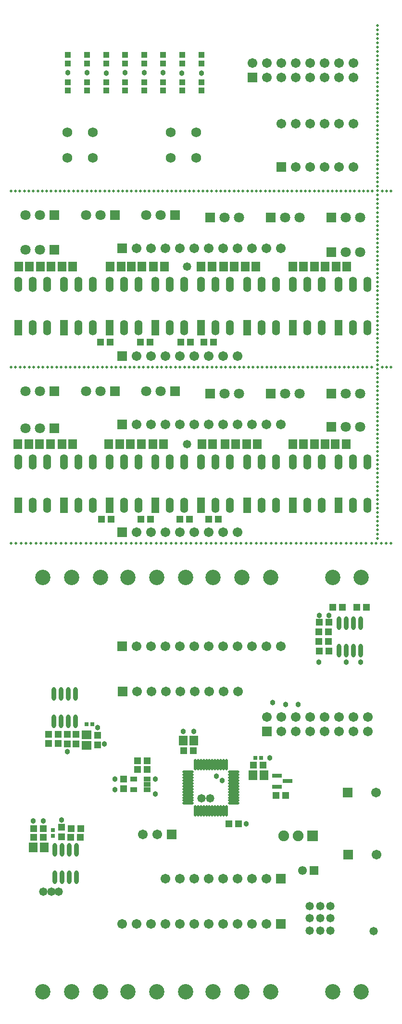
<source format=gts>
%FSDAX24Y24*%
%MOIN*%
%SFA1B1*%

%IPPOS*%
%ADD29C,0.019700*%
%ADD57R,0.051300X0.047400*%
%ADD58R,0.059200X0.067100*%
%ADD59R,0.039500X0.039500*%
%ADD60R,0.031600X0.027700*%
%ADD61R,0.047400X0.051300*%
%ADD62R,0.067100X0.059200*%
%ADD63O,0.031600X0.094600*%
%ADD64R,0.027700X0.031600*%
%ADD65O,0.019800X0.078900*%
%ADD66O,0.078900X0.019800*%
%ADD67R,0.051300X0.033600*%
%ADD68R,0.067100X0.031600*%
%ADD69O,0.055200X0.106400*%
%ADD70R,0.055200X0.106400*%
%ADD71C,0.071000*%
%ADD72R,0.071000X0.071000*%
%ADD73C,0.067100*%
%ADD74R,0.067100X0.067100*%
%ADD75C,0.068000*%
%ADD76C,0.106400*%
%ADD77C,0.061100*%
%ADD78R,0.061100X0.061100*%
%ADD79C,0.067100*%
%ADD80R,0.067100X0.067100*%
%ADD81C,0.074900*%
%ADD82R,0.074900X0.074900*%
%ADD83C,0.038000*%
%ADD84C,0.058000*%
%LNde-140824-1*%
%LPD*%
G54D29*
X035591Y068803D03*
Y069406D03*
Y069104D03*
X035600Y069707D03*
Y070309D03*
Y070008D03*
Y070610D03*
Y071212D03*
Y070911D03*
X035591Y071513D03*
Y072115D03*
Y071814D03*
X035600Y072416D03*
Y073018D03*
Y072717D03*
X035591Y073320D03*
Y073922D03*
Y073621D03*
X035600Y074223D03*
Y074825D03*
Y074524D03*
Y075126D03*
Y075728D03*
Y075427D03*
Y076029D03*
Y076631D03*
Y076330D03*
Y076932D03*
Y077535D03*
Y077234D03*
Y077836D03*
Y078438D03*
Y078137D03*
X035510Y043465D03*
X035856D03*
X036203D03*
X036550D03*
X034816D03*
X034470D03*
X034123D03*
X023722D03*
X024762D03*
X024415D03*
X024068D03*
X025108D03*
X032389D03*
X032736D03*
X033083D03*
X033776D03*
X033430D03*
X031003D03*
X030656D03*
X030309D03*
X032043D03*
X031696D03*
X031349D03*
X019908D03*
X020255D03*
X020601D03*
X019214D03*
X019561D03*
X010200D03*
X010547D03*
X010893D03*
X011934D03*
X011587D03*
X011240D03*
X012974D03*
X012627D03*
X012280D03*
X014707D03*
X015054D03*
X014361D03*
X014014D03*
X013667D03*
X013320D03*
X017481D03*
X017828D03*
X016441D03*
X016787D03*
X017134D03*
X016094D03*
X015747D03*
X015401D03*
X023028D03*
X023375D03*
X025802D03*
X025455D03*
X021641D03*
X021295D03*
X020948D03*
X022682D03*
X022335D03*
X021988D03*
X018868D03*
X018174D03*
X018521D03*
X029269D03*
X029616D03*
X029962D03*
X028229D03*
X028576D03*
X028922D03*
X027189D03*
X027535D03*
X027882D03*
X026842D03*
X026495D03*
X026149D03*
X034884Y055669D03*
X035200D03*
X036550D03*
X036240D03*
X035930D03*
X027289D03*
X027605D03*
X027922D03*
X028871D03*
X028554D03*
X028238D03*
X029820D03*
X029504D03*
X029187D03*
X032035D03*
X032352D03*
X032668D03*
X031086D03*
X031403D03*
X031719D03*
X030770D03*
X030453D03*
X030137D03*
X033934D03*
X034251D03*
X034567D03*
X033618D03*
X033301D03*
X032985D03*
X018744D03*
X019061D03*
X019377D03*
X020327D03*
X020010D03*
X019694D03*
X021276D03*
X020959D03*
X020643D03*
X023491D03*
X023808D03*
X024124D03*
X022542D03*
X022858D03*
X023175D03*
X022225D03*
X021909D03*
X021592D03*
X026339D03*
X026656D03*
X026972D03*
X025390D03*
X025706D03*
X026023D03*
X025073D03*
X024757D03*
X024441D03*
X015896D03*
X016213D03*
X016529D03*
X017478D03*
X017162D03*
X016846D03*
X018428D03*
X018111D03*
X017795D03*
X013048D03*
X013365D03*
X013681D03*
X014630D03*
X014314D03*
X013997D03*
X015580D03*
X015263D03*
X014947D03*
X012099D03*
X012415D03*
X012732D03*
X011149D03*
X011466D03*
X011782D03*
X010833D03*
X010516D03*
X010200D03*
X035250Y067874D03*
X036550D03*
X036250D03*
X035950D03*
X026900D03*
X027209D03*
X027518D03*
X028446D03*
X028137D03*
X027828D03*
X029374D03*
X029065D03*
X028756D03*
X031539D03*
X031848D03*
X032157D03*
X030611D03*
X030920D03*
X031230D03*
X030302D03*
X029993D03*
X029683D03*
X034322D03*
X034631D03*
X034941D03*
X033394D03*
X033704D03*
X034013D03*
X033085D03*
X032776D03*
X032467D03*
X018550D03*
X018859D03*
X019169D03*
X020096D03*
X019787D03*
X019478D03*
X021024D03*
X020715D03*
X020406D03*
X023189D03*
X023498D03*
X023807D03*
X022261D03*
X022570D03*
X022880D03*
X021952D03*
X021643D03*
X021333D03*
X025972D03*
X026281D03*
X026591D03*
X025044D03*
X025354D03*
X025663D03*
X024735D03*
X024426D03*
X024117D03*
X015767D03*
X016076D03*
X016385D03*
X017313D03*
X017004D03*
X016694D03*
X018241D03*
X017931D03*
X017622D03*
X012983D03*
X013293D03*
X013602D03*
X014530D03*
X014220D03*
X013911D03*
X015457D03*
X015148D03*
X014839D03*
X012056D03*
X012365D03*
X012674D03*
X011128D03*
X011437D03*
X011746D03*
X010819D03*
X010509D03*
X010200D03*
X035591Y068201D03*
Y068502D03*
Y060072D03*
Y060373D03*
Y060674D03*
Y061578D03*
Y061276D03*
Y060975D03*
Y062481D03*
Y062180D03*
Y061879D03*
Y064588D03*
Y064889D03*
Y065190D03*
Y063685D03*
Y063986D03*
Y064287D03*
Y063384D03*
Y063083D03*
Y062782D03*
Y067298D03*
Y067599D03*
Y067900D03*
Y066395D03*
Y066696D03*
Y066997D03*
Y066094D03*
Y065793D03*
Y065492D03*
Y057362D03*
Y057664D03*
Y057965D03*
Y058868D03*
Y058567D03*
Y058266D03*
Y059771D03*
Y059470D03*
Y059169D03*
Y055255D03*
Y056158D03*
Y055857D03*
Y055556D03*
Y057061D03*
Y056760D03*
Y056459D03*
Y053750D03*
Y054051D03*
Y054352D03*
Y052846D03*
Y053147D03*
Y053449D03*
Y052545D03*
Y052244D03*
Y051943D03*
Y045319D03*
Y045621D03*
Y045922D03*
Y046825D03*
Y046524D03*
Y046223D03*
Y047728D03*
Y047427D03*
Y047126D03*
Y049836D03*
Y050137D03*
Y050438D03*
Y048932D03*
Y049233D03*
Y049535D03*
Y048631D03*
Y048330D03*
Y048029D03*
Y051642D03*
Y051341D03*
Y051040D03*
Y050739D03*
Y044416D03*
Y044717D03*
Y045018D03*
X035200Y043465D03*
X035591Y043814D03*
Y044115D03*
Y079040D03*
Y079341D03*
Y078739D03*
Y054653D03*
Y054954D03*
G54D57*
X024235Y057400D03*
X023565D03*
X021965D03*
X022635D03*
X019165D03*
X019835D03*
X016415D03*
X017085D03*
X019215Y045150D03*
X019885D03*
X024585D03*
X023915D03*
X012815Y029600D03*
X013485D03*
X012815Y030250D03*
X013485D03*
X025985Y024050D03*
X025315D03*
X022165Y029100D03*
X022835D03*
X027015Y028100D03*
X027685D03*
X031565Y038000D03*
X032235D03*
X012435Y023100D03*
X011765D03*
X012435Y023700D03*
X011765D03*
X014331Y023100D03*
X015000D03*
X014365Y023700D03*
X015035D03*
X034835Y039050D03*
X034165D03*
X032515D03*
X033185D03*
X031565Y036000D03*
X032235D03*
X019635Y028400D03*
X018965D03*
X019635Y027800D03*
X018965D03*
X028565Y026000D03*
X029235D03*
X016465Y045150D03*
X017135D03*
X021915D03*
X022585D03*
G54D58*
X012176Y050350D03*
X012924D03*
X016976D03*
X017724D03*
X032676D03*
X033424D03*
X031226D03*
X031974D03*
X029726D03*
X030474D03*
X022126Y029800D03*
X022874D03*
X026976Y027400D03*
X027724D03*
X012500Y022400D03*
X011752D03*
X011474Y062650D03*
X010726D03*
X012974D03*
X012226D03*
X014474D03*
X013726D03*
X010676Y050350D03*
X011424D03*
X013726D03*
X014474D03*
X017824Y062650D03*
X017076D03*
X019274D03*
X018526D03*
X020824D03*
X020076D03*
X024124D03*
X023376D03*
X025674D03*
X024926D03*
X027174D03*
X026426D03*
X019224Y050350D03*
X018476D03*
X020774D03*
X020026D03*
X030474Y062650D03*
X029726D03*
X031974D03*
X031226D03*
X033474D03*
X032726D03*
X026526Y050350D03*
X027274D03*
X025774D03*
X025026D03*
X023426D03*
X024174D03*
G54D59*
X019430Y074833D03*
Y075424D03*
X014150Y074833D03*
Y075424D03*
Y077300D03*
Y076709D03*
X020750Y074833D03*
Y075424D03*
X015470Y074833D03*
Y075424D03*
X020750Y077300D03*
Y076709D03*
X015470Y077300D03*
Y076709D03*
X022070Y074833D03*
Y075424D03*
X016790Y074833D03*
Y075424D03*
Y077300D03*
Y076709D03*
X023390Y074833D03*
Y075424D03*
X018110Y074833D03*
Y075424D03*
X023390Y077300D03*
Y076709D03*
X018110Y077300D03*
Y076709D03*
X019430Y077300D03*
Y076709D03*
X022070Y077300D03*
Y076709D03*
G54D60*
X015453Y030950D03*
X015847D03*
X027153Y028600D03*
X027547D03*
G54D61*
X016200Y029515D03*
Y030185D03*
X014700Y029565D03*
Y030235D03*
X014100Y030250D03*
Y029581D03*
X018000Y027135D03*
Y026465D03*
X032200Y037335D03*
Y036665D03*
X031546D03*
Y037335D03*
X013700Y023800D03*
Y023131D03*
G54D62*
X015450Y029476D03*
Y030224D03*
G54D63*
X014669Y033045D03*
X014169D03*
X013669D03*
X013169D03*
X014669Y031155D03*
X014169D03*
X013669D03*
X013169D03*
X032950Y036055D03*
X033450D03*
X033950D03*
X034450D03*
X032950Y037945D03*
X033450D03*
X033950D03*
X034450D03*
X014750Y022245D03*
X014250D03*
X013750D03*
X013250D03*
X014750Y020355D03*
X014250D03*
X013750D03*
X013250D03*
G54D64*
X013100Y023597D03*
Y023203D03*
G54D65*
X025133Y024956D03*
X024936D03*
X024739D03*
X024542D03*
X024345D03*
X024148D03*
X023952D03*
X023755D03*
X023558D03*
X023361D03*
X023164D03*
X022967D03*
Y028144D03*
X023164D03*
X023361D03*
X023558D03*
X023755D03*
X023952D03*
X024148D03*
X024345D03*
X024542D03*
X024739D03*
X024936D03*
X025133D03*
G54D66*
X022456Y025467D03*
Y025664D03*
Y025861D03*
Y026058D03*
Y026255D03*
Y026452D03*
Y026648D03*
Y026845D03*
Y027042D03*
Y027239D03*
Y027436D03*
Y027633D03*
X025644D03*
Y027436D03*
Y027239D03*
Y027042D03*
Y026845D03*
Y026648D03*
Y026452D03*
Y026255D03*
Y026058D03*
Y025861D03*
Y025664D03*
Y025467D03*
G54D67*
X019645Y026400D03*
Y026774D03*
Y027148D03*
X018700D03*
Y026400D03*
G54D68*
X028626Y027374D03*
Y026626D03*
X029374Y027000D03*
G54D69*
X012700Y049100D03*
X011700D03*
X010700D03*
X012700Y046100D03*
X011700D03*
X015871Y049100D03*
X014871D03*
X013871D03*
X015871Y046100D03*
X014871D03*
X019043Y049100D03*
X018043D03*
X017043D03*
X019043Y046100D03*
X018043D03*
X022214Y049100D03*
X021214D03*
X020214D03*
X022214Y046100D03*
X021214D03*
X025386Y049100D03*
X024386D03*
X023386D03*
X025386Y046100D03*
X024386D03*
X028557Y049100D03*
X027557D03*
X026557D03*
X028557Y046100D03*
X027557D03*
X031729Y049100D03*
X030729D03*
X029729D03*
X031729Y046100D03*
X030729D03*
X034900Y049100D03*
X033900D03*
X032900D03*
X034900Y046100D03*
X033900D03*
X011700Y058400D03*
X012700D03*
X010700Y061400D03*
X011700D03*
X012700D03*
X014871Y058400D03*
X015871D03*
X013871Y061400D03*
X014871D03*
X015871D03*
X018043Y058400D03*
X019043D03*
X017043Y061400D03*
X018043D03*
X019043D03*
X021214Y058400D03*
X022214D03*
X020214Y061400D03*
X021214D03*
X022214D03*
X024386Y058400D03*
X025386D03*
X023386Y061400D03*
X024386D03*
X025386D03*
X027557Y058400D03*
X028557D03*
X026557Y061400D03*
X027557D03*
X028557D03*
X030729Y058400D03*
X031729D03*
X029729Y061400D03*
X030729D03*
X031729D03*
X033900Y058400D03*
X034900D03*
X032900Y061400D03*
X033900D03*
X034900D03*
G54D70*
X010700Y046100D03*
X013871D03*
X017043D03*
X020214D03*
X023386D03*
X026557D03*
X029729D03*
X032900D03*
X010700Y058400D03*
X013871D03*
X017043D03*
X020214D03*
X023386D03*
X026557D03*
X029729D03*
X032900D03*
G54D71*
X011200Y051450D03*
X012200D03*
X011200Y054000D03*
X012200D03*
X015391D03*
X016391D03*
X019582D03*
X020582D03*
X026018Y053831D03*
X025018D03*
X030209D03*
X029209D03*
X034400D03*
X033400D03*
X034400Y051550D03*
X033400D03*
X012200Y063800D03*
X011200D03*
X012200Y066200D03*
X011200D03*
X016391D03*
X015391D03*
X020582D03*
X019582D03*
X025018Y066031D03*
X026018D03*
X029209D03*
X030209D03*
X033400D03*
X034400D03*
X033400Y063631D03*
X034400D03*
G54D72*
X013200Y051450D03*
Y054000D03*
X017391D03*
X021582D03*
X024018Y053831D03*
X028209D03*
X032400D03*
Y051550D03*
X013200Y063800D03*
Y066200D03*
X017391D03*
X021582D03*
X024018Y066031D03*
X028209D03*
X032400D03*
Y063631D03*
G54D73*
X018900Y044250D03*
X025900D03*
X024900D03*
X023900D03*
X022900D03*
X021900D03*
X020900D03*
X019900D03*
X018950Y033200D03*
X025950D03*
X024950D03*
X023950D03*
X022950D03*
X021950D03*
X020950D03*
X019950D03*
X027900Y020250D03*
X020900D03*
X021900D03*
X022900D03*
X023900D03*
X024900D03*
X025900D03*
X026900D03*
X035534Y021900D03*
X035519Y026200D03*
X020350Y023300D03*
X019350D03*
X017900Y017100D03*
X018900D03*
X019900D03*
X020900D03*
X021900D03*
X022900D03*
X023900D03*
X024900D03*
X025900D03*
X026900D03*
X027900D03*
X028900Y036350D03*
X027900D03*
X026900D03*
X025900D03*
X024900D03*
X023900D03*
X022900D03*
X021900D03*
X020900D03*
X019900D03*
X018900D03*
X034950Y031450D03*
Y030450D03*
X033950Y031450D03*
Y030450D03*
X032950Y031450D03*
Y030450D03*
X031950Y031450D03*
Y030450D03*
X030950Y031450D03*
Y030450D03*
X029950Y031450D03*
Y030450D03*
X028950Y031450D03*
Y030450D03*
X027950Y031450D03*
X018900Y056450D03*
X025900D03*
X024900D03*
X023900D03*
X022900D03*
X021900D03*
X020900D03*
X019900D03*
X028900Y063900D03*
X027900D03*
X026900D03*
X025900D03*
X024900D03*
X023900D03*
X022900D03*
X021900D03*
X020900D03*
X019900D03*
X018900D03*
X028900Y051700D03*
X027900D03*
X026900D03*
X025900D03*
X024900D03*
X023900D03*
X022900D03*
X021900D03*
X020900D03*
X019900D03*
X018900D03*
X033950Y076750D03*
Y075750D03*
X032950Y076750D03*
Y075750D03*
X031950Y076750D03*
Y075750D03*
X030950Y076750D03*
Y075750D03*
X029950Y076750D03*
Y075750D03*
X028950Y076750D03*
Y075750D03*
X027950Y076750D03*
Y075750D03*
X026950Y076750D03*
X033950Y072550D03*
X032950D03*
X031950D03*
X030950D03*
X029950D03*
X028950D03*
X033950Y069550D03*
G54D74*
X017900Y044250D03*
X017950Y033200D03*
X028900Y020250D03*
X033566Y021900D03*
X033550Y026200D03*
X021350Y023300D03*
X028900Y017100D03*
X017900Y036350D03*
X027950Y030450D03*
X017900Y056450D03*
Y063900D03*
Y051700D03*
X026950Y075750D03*
G54D75*
X023036Y070164D03*
X021264D03*
X023036Y071936D03*
X021264D03*
X015886Y070164D03*
X014114D03*
X015886Y071936D03*
X014114D03*
G54D76*
X016400Y041100D03*
X014400D03*
X012400D03*
X022300D03*
X020300D03*
X018300D03*
X028200D03*
X026200D03*
X024200D03*
X034484D03*
X032516D03*
X028200Y012400D03*
X026200D03*
X024200D03*
X022300D03*
X020300D03*
X018300D03*
X016400D03*
X014400D03*
X012400D03*
X032500D03*
X034469D03*
G54D77*
X030406Y020800D03*
G54D78*
X031194Y020800D03*
G54D79*
X032950Y069550D03*
X031950D03*
X030950D03*
X029950D03*
G54D80*
X028950Y069550D03*
G54D81*
X029100Y023200D03*
X030100D03*
G54D82*
X031100Y023200D03*
G54D83*
X014150Y076067D03*
X015470D03*
X016790Y076050D03*
X018110Y076067D03*
X019430D03*
X020750D03*
X022050Y076050D03*
X023390D03*
X020200Y027150D03*
Y026100D03*
X028350Y032450D03*
X029225Y032300D03*
X031550Y035250D03*
X034450D03*
X033450D03*
X030100Y032300D03*
X024450Y027350D03*
X024850Y027050D03*
X014100Y029050D03*
X022126Y030450D03*
X022874D03*
X017400Y027150D03*
Y026400D03*
X016200Y030700D03*
X016685Y029565D03*
X012450Y024250D03*
X011750D03*
X013700Y024300D03*
X026500Y024050D03*
X028150Y028600D03*
X032235Y038485D03*
X031565D03*
G54D84*
X031625Y017500D03*
Y016650D03*
X030900Y018350D03*
Y017500D03*
Y016650D03*
X013500Y019350D03*
X013000D03*
X012450D03*
X035350Y016600D03*
X032350Y018350D03*
Y017500D03*
Y016650D03*
X022400Y062650D03*
Y050350D03*
X023400Y025800D03*
X024000D03*
X031625Y018350D03*
M02*
</source>
